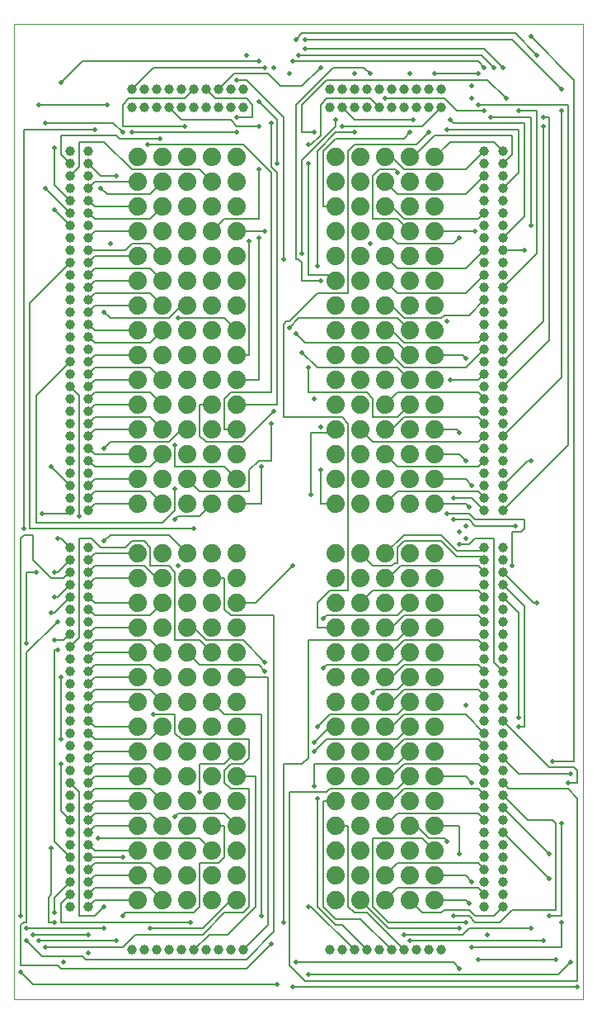
<source format=gtl>
G75*
%MOIN*%
%OFA0B0*%
%FSLAX25Y25*%
%IPPOS*%
%LPD*%
%AMOC8*
5,1,8,0,0,1.08239X$1,22.5*
%
%ADD10C,0.00000*%
%ADD11C,0.07400*%
%ADD12C,0.03937*%
%ADD13C,0.00800*%
%ADD14C,0.02000*%
D10*
X0002550Y0001000D02*
X0002550Y0394701D01*
X0232471Y0394701D01*
X0232471Y0001000D01*
X0002550Y0001000D01*
D11*
X0052550Y0041000D03*
X0052550Y0051000D03*
X0052550Y0061000D03*
X0052550Y0071000D03*
X0052550Y0081000D03*
X0052550Y0091000D03*
X0052550Y0101000D03*
X0052550Y0111000D03*
X0052550Y0121000D03*
X0052550Y0131000D03*
X0052550Y0141000D03*
X0052550Y0151000D03*
X0052550Y0161000D03*
X0052550Y0171000D03*
X0052550Y0181000D03*
X0062550Y0181000D03*
X0062550Y0171000D03*
X0062550Y0161000D03*
X0062550Y0151000D03*
X0062550Y0141000D03*
X0062550Y0131000D03*
X0062550Y0121000D03*
X0062550Y0111000D03*
X0062550Y0101000D03*
X0062550Y0091000D03*
X0062550Y0081000D03*
X0062550Y0071000D03*
X0062550Y0061000D03*
X0062550Y0051000D03*
X0062550Y0041000D03*
X0072550Y0041000D03*
X0072550Y0051000D03*
X0072550Y0061000D03*
X0072550Y0071000D03*
X0072550Y0081000D03*
X0072550Y0091000D03*
X0072550Y0101000D03*
X0072550Y0111000D03*
X0072550Y0121000D03*
X0072550Y0131000D03*
X0072550Y0141000D03*
X0072550Y0151000D03*
X0072550Y0161000D03*
X0072550Y0171000D03*
X0072550Y0181000D03*
X0082550Y0181000D03*
X0082550Y0171000D03*
X0082550Y0161000D03*
X0082550Y0151000D03*
X0082550Y0141000D03*
X0082550Y0131000D03*
X0082550Y0121000D03*
X0082550Y0111000D03*
X0082550Y0101000D03*
X0082550Y0091000D03*
X0082550Y0081000D03*
X0082550Y0071000D03*
X0082550Y0061000D03*
X0082550Y0051000D03*
X0082550Y0041000D03*
X0092550Y0041000D03*
X0092550Y0051000D03*
X0092550Y0061000D03*
X0092550Y0071000D03*
X0092550Y0081000D03*
X0092550Y0091000D03*
X0092550Y0101000D03*
X0092550Y0111000D03*
X0092550Y0121000D03*
X0092550Y0131000D03*
X0092550Y0141000D03*
X0092550Y0151000D03*
X0092550Y0161000D03*
X0092550Y0171000D03*
X0092550Y0181000D03*
X0092550Y0201000D03*
X0092550Y0211000D03*
X0092550Y0221000D03*
X0092550Y0231000D03*
X0092550Y0241000D03*
X0092550Y0251000D03*
X0092550Y0261000D03*
X0092550Y0271000D03*
X0092550Y0281000D03*
X0092550Y0291000D03*
X0092550Y0301000D03*
X0092550Y0311000D03*
X0092550Y0321000D03*
X0092550Y0331000D03*
X0092550Y0341000D03*
X0082550Y0341000D03*
X0082550Y0331000D03*
X0082550Y0321000D03*
X0082550Y0311000D03*
X0082550Y0301000D03*
X0082550Y0291000D03*
X0082550Y0281000D03*
X0082550Y0271000D03*
X0082550Y0261000D03*
X0082550Y0251000D03*
X0082550Y0241000D03*
X0082550Y0231000D03*
X0082550Y0221000D03*
X0082550Y0211000D03*
X0082550Y0201000D03*
X0072550Y0201000D03*
X0072550Y0211000D03*
X0072550Y0221000D03*
X0072550Y0231000D03*
X0072550Y0241000D03*
X0072550Y0251000D03*
X0072550Y0261000D03*
X0072550Y0271000D03*
X0072550Y0281000D03*
X0072550Y0291000D03*
X0072550Y0301000D03*
X0072550Y0311000D03*
X0072550Y0321000D03*
X0072550Y0331000D03*
X0072550Y0341000D03*
X0062550Y0341000D03*
X0062550Y0331000D03*
X0062550Y0321000D03*
X0062550Y0311000D03*
X0062550Y0301000D03*
X0062550Y0291000D03*
X0062550Y0281000D03*
X0062550Y0271000D03*
X0062550Y0261000D03*
X0062550Y0251000D03*
X0062550Y0241000D03*
X0062550Y0231000D03*
X0062550Y0221000D03*
X0062550Y0211000D03*
X0062550Y0201000D03*
X0052550Y0201000D03*
X0052550Y0211000D03*
X0052550Y0221000D03*
X0052550Y0231000D03*
X0052550Y0241000D03*
X0052550Y0251000D03*
X0052550Y0261000D03*
X0052550Y0271000D03*
X0052550Y0281000D03*
X0052550Y0291000D03*
X0052550Y0301000D03*
X0052550Y0311000D03*
X0052550Y0321000D03*
X0052550Y0331000D03*
X0052550Y0341000D03*
X0132550Y0341000D03*
X0132550Y0331000D03*
X0132550Y0321000D03*
X0132550Y0311000D03*
X0132550Y0301000D03*
X0132550Y0291000D03*
X0132550Y0281000D03*
X0132550Y0271000D03*
X0132550Y0261000D03*
X0132550Y0251000D03*
X0132550Y0241000D03*
X0132550Y0231000D03*
X0132550Y0221000D03*
X0132550Y0211000D03*
X0132550Y0201000D03*
X0142550Y0201000D03*
X0142550Y0211000D03*
X0142550Y0221000D03*
X0142550Y0231000D03*
X0142550Y0241000D03*
X0142550Y0251000D03*
X0142550Y0261000D03*
X0142550Y0271000D03*
X0142550Y0281000D03*
X0142550Y0291000D03*
X0142550Y0301000D03*
X0142550Y0311000D03*
X0142550Y0321000D03*
X0142550Y0331000D03*
X0142550Y0341000D03*
X0152550Y0341000D03*
X0152550Y0331000D03*
X0152550Y0321000D03*
X0152550Y0311000D03*
X0152550Y0301000D03*
X0152550Y0291000D03*
X0152550Y0281000D03*
X0152550Y0271000D03*
X0152550Y0261000D03*
X0152550Y0251000D03*
X0152550Y0241000D03*
X0152550Y0231000D03*
X0152550Y0221000D03*
X0152550Y0211000D03*
X0152550Y0201000D03*
X0162550Y0201000D03*
X0162550Y0211000D03*
X0162550Y0221000D03*
X0162550Y0231000D03*
X0162550Y0241000D03*
X0162550Y0251000D03*
X0162550Y0261000D03*
X0162550Y0271000D03*
X0162550Y0281000D03*
X0162550Y0291000D03*
X0162550Y0301000D03*
X0162550Y0311000D03*
X0162550Y0321000D03*
X0162550Y0331000D03*
X0162550Y0341000D03*
X0172550Y0341000D03*
X0172550Y0331000D03*
X0172550Y0321000D03*
X0172550Y0311000D03*
X0172550Y0301000D03*
X0172550Y0291000D03*
X0172550Y0281000D03*
X0172550Y0271000D03*
X0172550Y0261000D03*
X0172550Y0251000D03*
X0172550Y0241000D03*
X0172550Y0231000D03*
X0172550Y0221000D03*
X0172550Y0211000D03*
X0172550Y0201000D03*
X0172550Y0181000D03*
X0172550Y0171000D03*
X0172550Y0161000D03*
X0172550Y0151000D03*
X0172550Y0141000D03*
X0172550Y0131000D03*
X0172550Y0121000D03*
X0172550Y0111000D03*
X0172550Y0101000D03*
X0172550Y0091000D03*
X0172550Y0081000D03*
X0172550Y0071000D03*
X0172550Y0061000D03*
X0172550Y0051000D03*
X0172550Y0041000D03*
X0162550Y0041000D03*
X0162550Y0051000D03*
X0162550Y0061000D03*
X0162550Y0071000D03*
X0162550Y0081000D03*
X0162550Y0091000D03*
X0162550Y0101000D03*
X0162550Y0111000D03*
X0162550Y0121000D03*
X0162550Y0131000D03*
X0162550Y0141000D03*
X0162550Y0151000D03*
X0162550Y0161000D03*
X0162550Y0171000D03*
X0162550Y0181000D03*
X0152550Y0181000D03*
X0152550Y0171000D03*
X0152550Y0161000D03*
X0152550Y0151000D03*
X0152550Y0141000D03*
X0152550Y0131000D03*
X0152550Y0121000D03*
X0152550Y0111000D03*
X0152550Y0101000D03*
X0152550Y0091000D03*
X0152550Y0081000D03*
X0152550Y0071000D03*
X0152550Y0061000D03*
X0152550Y0051000D03*
X0152550Y0041000D03*
X0142550Y0041000D03*
X0142550Y0051000D03*
X0142550Y0061000D03*
X0142550Y0071000D03*
X0142550Y0081000D03*
X0142550Y0091000D03*
X0142550Y0101000D03*
X0142550Y0111000D03*
X0142550Y0121000D03*
X0142550Y0131000D03*
X0142550Y0141000D03*
X0142550Y0151000D03*
X0142550Y0161000D03*
X0142550Y0171000D03*
X0142550Y0181000D03*
X0132550Y0181000D03*
X0132550Y0171000D03*
X0132550Y0161000D03*
X0132550Y0151000D03*
X0132550Y0141000D03*
X0132550Y0131000D03*
X0132550Y0121000D03*
X0132550Y0111000D03*
X0132550Y0101000D03*
X0132550Y0091000D03*
X0132550Y0081000D03*
X0132550Y0071000D03*
X0132550Y0061000D03*
X0132550Y0051000D03*
X0132550Y0041000D03*
D12*
X0130050Y0021000D03*
X0135050Y0021000D03*
X0140050Y0021000D03*
X0145050Y0021000D03*
X0150050Y0021000D03*
X0155050Y0021000D03*
X0160050Y0021000D03*
X0165050Y0021000D03*
X0170050Y0021000D03*
X0175050Y0021000D03*
X0192550Y0038500D03*
X0192550Y0043500D03*
X0192550Y0048500D03*
X0192550Y0053500D03*
X0192550Y0058500D03*
X0192550Y0063500D03*
X0192550Y0068500D03*
X0192550Y0073500D03*
X0192550Y0078500D03*
X0192550Y0083500D03*
X0192550Y0088500D03*
X0192550Y0093500D03*
X0192550Y0098500D03*
X0192550Y0103500D03*
X0192550Y0108500D03*
X0192550Y0113500D03*
X0192550Y0118500D03*
X0192550Y0123500D03*
X0192550Y0128500D03*
X0192550Y0133500D03*
X0192550Y0138500D03*
X0192550Y0143500D03*
X0192550Y0148500D03*
X0192550Y0153500D03*
X0192550Y0158500D03*
X0192550Y0163500D03*
X0192550Y0168500D03*
X0192550Y0173500D03*
X0192550Y0178500D03*
X0192550Y0183500D03*
X0192550Y0198500D03*
X0192550Y0203500D03*
X0192550Y0208500D03*
X0192550Y0213500D03*
X0192550Y0218500D03*
X0192550Y0223500D03*
X0192550Y0228500D03*
X0192550Y0233500D03*
X0192550Y0238500D03*
X0192550Y0243500D03*
X0192550Y0248500D03*
X0192550Y0253500D03*
X0192550Y0258500D03*
X0192550Y0263500D03*
X0192550Y0268500D03*
X0192550Y0273500D03*
X0192550Y0278500D03*
X0192550Y0283500D03*
X0192550Y0288500D03*
X0192550Y0293500D03*
X0192550Y0298500D03*
X0192550Y0303500D03*
X0192550Y0308500D03*
X0192550Y0313500D03*
X0192550Y0318500D03*
X0192550Y0323500D03*
X0192550Y0328500D03*
X0192550Y0333500D03*
X0192550Y0338500D03*
X0192550Y0343500D03*
X0200050Y0343500D03*
X0200050Y0338500D03*
X0200050Y0333500D03*
X0200050Y0328500D03*
X0200050Y0323500D03*
X0200050Y0318500D03*
X0200050Y0313500D03*
X0200050Y0308500D03*
X0200050Y0303500D03*
X0200050Y0298500D03*
X0200050Y0293500D03*
X0200050Y0288500D03*
X0200050Y0283500D03*
X0200050Y0278500D03*
X0200050Y0273500D03*
X0200050Y0268500D03*
X0200050Y0263500D03*
X0200050Y0258500D03*
X0200050Y0253500D03*
X0200050Y0248500D03*
X0200050Y0243500D03*
X0200050Y0238500D03*
X0200050Y0233500D03*
X0200050Y0228500D03*
X0200050Y0223500D03*
X0200050Y0218500D03*
X0200050Y0213500D03*
X0200050Y0208500D03*
X0200050Y0203500D03*
X0200050Y0198500D03*
X0200050Y0183500D03*
X0200050Y0178500D03*
X0200050Y0173500D03*
X0200050Y0168500D03*
X0200050Y0163500D03*
X0200050Y0158500D03*
X0200050Y0153500D03*
X0200050Y0148500D03*
X0200050Y0143500D03*
X0200050Y0138500D03*
X0200050Y0133500D03*
X0200050Y0128500D03*
X0200050Y0123500D03*
X0200050Y0118500D03*
X0200050Y0113500D03*
X0200050Y0108500D03*
X0200050Y0103500D03*
X0200050Y0098500D03*
X0200050Y0093500D03*
X0200050Y0088500D03*
X0200050Y0083500D03*
X0200050Y0078500D03*
X0200050Y0073500D03*
X0200050Y0068500D03*
X0200050Y0063500D03*
X0200050Y0058500D03*
X0200050Y0053500D03*
X0200050Y0048500D03*
X0200050Y0043500D03*
X0200050Y0038500D03*
X0095050Y0021000D03*
X0090050Y0021000D03*
X0085050Y0021000D03*
X0080050Y0021000D03*
X0075050Y0021000D03*
X0070050Y0021000D03*
X0065050Y0021000D03*
X0060050Y0021000D03*
X0055050Y0021000D03*
X0050050Y0021000D03*
X0032550Y0038500D03*
X0032550Y0043500D03*
X0032550Y0048500D03*
X0032550Y0053500D03*
X0032550Y0058500D03*
X0032550Y0063500D03*
X0032550Y0068500D03*
X0032550Y0073500D03*
X0032550Y0078500D03*
X0032550Y0083500D03*
X0032550Y0088500D03*
X0032550Y0093500D03*
X0032550Y0098500D03*
X0032550Y0103500D03*
X0032550Y0108500D03*
X0032550Y0113500D03*
X0032550Y0118500D03*
X0032550Y0123500D03*
X0032550Y0128500D03*
X0032550Y0133500D03*
X0032550Y0138500D03*
X0032550Y0143500D03*
X0032550Y0148500D03*
X0032550Y0153500D03*
X0032550Y0158500D03*
X0032550Y0163500D03*
X0032550Y0168500D03*
X0032550Y0173500D03*
X0032550Y0178500D03*
X0032550Y0183500D03*
X0025050Y0183500D03*
X0025050Y0178500D03*
X0025050Y0173500D03*
X0025050Y0168500D03*
X0025050Y0163500D03*
X0025050Y0158500D03*
X0025050Y0153500D03*
X0025050Y0148500D03*
X0025050Y0143500D03*
X0025050Y0138500D03*
X0025050Y0133500D03*
X0025050Y0128500D03*
X0025050Y0123500D03*
X0025050Y0118500D03*
X0025050Y0113500D03*
X0025050Y0108500D03*
X0025050Y0103500D03*
X0025050Y0098500D03*
X0025050Y0093500D03*
X0025050Y0088500D03*
X0025050Y0083500D03*
X0025050Y0078500D03*
X0025050Y0073500D03*
X0025050Y0068500D03*
X0025050Y0063500D03*
X0025050Y0058500D03*
X0025050Y0053500D03*
X0025050Y0048500D03*
X0025050Y0043500D03*
X0025050Y0038500D03*
X0025050Y0198500D03*
X0025050Y0203500D03*
X0025050Y0208500D03*
X0025050Y0213500D03*
X0025050Y0218500D03*
X0025050Y0223500D03*
X0025050Y0228500D03*
X0025050Y0233500D03*
X0025050Y0238500D03*
X0025050Y0243500D03*
X0025050Y0248500D03*
X0025050Y0253500D03*
X0025050Y0258500D03*
X0025050Y0263500D03*
X0025050Y0268500D03*
X0025050Y0273500D03*
X0025050Y0278500D03*
X0025050Y0283500D03*
X0025050Y0288500D03*
X0025050Y0293500D03*
X0025050Y0298500D03*
X0025050Y0303500D03*
X0025050Y0308500D03*
X0025050Y0313500D03*
X0025050Y0318500D03*
X0025050Y0323500D03*
X0025050Y0328500D03*
X0025050Y0333500D03*
X0025050Y0338500D03*
X0025050Y0343500D03*
X0032550Y0343500D03*
X0032550Y0338500D03*
X0032550Y0333500D03*
X0032550Y0328500D03*
X0032550Y0323500D03*
X0032550Y0318500D03*
X0032550Y0313500D03*
X0032550Y0308500D03*
X0032550Y0303500D03*
X0032550Y0298500D03*
X0032550Y0293500D03*
X0032550Y0288500D03*
X0032550Y0283500D03*
X0032550Y0278500D03*
X0032550Y0273500D03*
X0032550Y0268500D03*
X0032550Y0263500D03*
X0032550Y0258500D03*
X0032550Y0253500D03*
X0032550Y0248500D03*
X0032550Y0243500D03*
X0032550Y0238500D03*
X0032550Y0233500D03*
X0032550Y0228500D03*
X0032550Y0223500D03*
X0032550Y0218500D03*
X0032550Y0213500D03*
X0032550Y0208500D03*
X0032550Y0203500D03*
X0032550Y0198500D03*
X0050050Y0361000D03*
X0055050Y0361000D03*
X0060050Y0361000D03*
X0065050Y0361000D03*
X0070050Y0361000D03*
X0075050Y0361000D03*
X0075050Y0368500D03*
X0070050Y0368500D03*
X0065050Y0368500D03*
X0060050Y0368500D03*
X0055050Y0368500D03*
X0050050Y0368500D03*
X0080050Y0368500D03*
X0085050Y0368500D03*
X0090050Y0368500D03*
X0095050Y0368500D03*
X0095050Y0361000D03*
X0090050Y0361000D03*
X0085050Y0361000D03*
X0080050Y0361000D03*
X0130050Y0361000D03*
X0135050Y0361000D03*
X0140050Y0361000D03*
X0145050Y0361000D03*
X0150050Y0361000D03*
X0155050Y0361000D03*
X0155050Y0368500D03*
X0150050Y0368500D03*
X0145050Y0368500D03*
X0140050Y0368500D03*
X0135050Y0368500D03*
X0130050Y0368500D03*
X0160050Y0368500D03*
X0165050Y0368500D03*
X0170050Y0368500D03*
X0175050Y0368500D03*
X0175050Y0361000D03*
X0170050Y0361000D03*
X0165050Y0361000D03*
X0160050Y0361000D03*
D13*
X0163800Y0356000D02*
X0140050Y0356000D01*
X0135050Y0361000D01*
X0132550Y0356000D02*
X0132550Y0353500D01*
X0118800Y0339750D01*
X0118800Y0302250D01*
X0117550Y0299750D02*
X0116300Y0299750D01*
X0116300Y0362250D01*
X0131300Y0377250D01*
X0143800Y0377250D01*
X0146300Y0374750D01*
X0146300Y0364750D02*
X0128800Y0364750D01*
X0126300Y0362250D01*
X0126300Y0349750D01*
X0122550Y0346000D01*
X0121300Y0346000D01*
X0123800Y0351000D02*
X0118800Y0351000D01*
X0118800Y0362250D01*
X0128800Y0372250D01*
X0193800Y0372250D01*
X0201300Y0364750D01*
X0206300Y0359750D02*
X0213800Y0359750D01*
X0213800Y0302250D01*
X0200050Y0288500D01*
X0192550Y0283500D02*
X0186300Y0277250D01*
X0176300Y0277250D01*
X0175050Y0276000D01*
X0160050Y0276000D01*
X0155050Y0281000D01*
X0152550Y0281000D01*
X0152550Y0271000D02*
X0155050Y0271000D01*
X0160050Y0266000D01*
X0190050Y0266000D01*
X0192550Y0268500D01*
X0192550Y0263500D02*
X0185050Y0256000D01*
X0160050Y0256000D01*
X0155050Y0261000D01*
X0152550Y0261000D01*
X0157550Y0256000D02*
X0162550Y0251000D01*
X0157550Y0246000D02*
X0152550Y0241000D01*
X0147550Y0243500D02*
X0147550Y0236000D01*
X0157550Y0236000D01*
X0162550Y0241000D01*
X0160050Y0236000D02*
X0155050Y0231000D01*
X0152550Y0231000D01*
X0147550Y0226000D02*
X0142550Y0231000D01*
X0137550Y0233500D02*
X0137550Y0166000D01*
X0130050Y0166000D01*
X0125050Y0161000D01*
X0125050Y0151000D01*
X0132550Y0151000D01*
X0128800Y0156000D02*
X0127550Y0154750D01*
X0128800Y0156000D02*
X0157550Y0156000D01*
X0162550Y0161000D01*
X0160050Y0156000D02*
X0155050Y0151000D01*
X0152550Y0151000D01*
X0157550Y0146000D02*
X0162550Y0151000D01*
X0160050Y0156000D02*
X0190050Y0156000D01*
X0192550Y0153500D01*
X0190050Y0146000D02*
X0160050Y0146000D01*
X0155050Y0141000D01*
X0152550Y0141000D01*
X0157550Y0136000D02*
X0162550Y0141000D01*
X0160050Y0136000D02*
X0155050Y0131000D01*
X0152550Y0131000D01*
X0148800Y0126000D02*
X0157550Y0126000D01*
X0162550Y0131000D01*
X0160050Y0126000D02*
X0155050Y0121000D01*
X0152550Y0121000D01*
X0148800Y0126000D02*
X0147550Y0124750D01*
X0152550Y0111000D02*
X0155050Y0111000D01*
X0160050Y0116000D01*
X0185050Y0116000D01*
X0192550Y0108500D01*
X0190050Y0106000D02*
X0160050Y0106000D01*
X0155050Y0101000D01*
X0152550Y0101000D01*
X0157550Y0096000D02*
X0162550Y0101000D01*
X0160050Y0096000D02*
X0155050Y0091000D01*
X0152550Y0091000D01*
X0160050Y0086000D02*
X0155050Y0081000D01*
X0152550Y0081000D01*
X0157550Y0076000D02*
X0152550Y0071000D01*
X0147550Y0066000D02*
X0167550Y0066000D01*
X0172550Y0061000D01*
X0170050Y0066000D02*
X0165050Y0071000D01*
X0162550Y0071000D01*
X0157550Y0076000D02*
X0190050Y0076000D01*
X0192550Y0073500D01*
X0192550Y0083500D02*
X0190050Y0086000D01*
X0160050Y0086000D01*
X0157550Y0086000D02*
X0162550Y0091000D01*
X0160050Y0096000D02*
X0190050Y0096000D01*
X0192550Y0093500D01*
X0187550Y0088500D02*
X0185050Y0091000D01*
X0172550Y0091000D01*
X0172550Y0071000D02*
X0182550Y0071000D01*
X0182550Y0059750D01*
X0177550Y0064750D02*
X0176300Y0066000D01*
X0170050Y0066000D01*
X0172550Y0051000D02*
X0185050Y0051000D01*
X0187550Y0048500D01*
X0190050Y0046000D02*
X0157550Y0046000D01*
X0152550Y0041000D01*
X0147550Y0038500D02*
X0153800Y0032250D01*
X0185050Y0032250D01*
X0186300Y0029750D02*
X0183800Y0027250D01*
X0160050Y0027250D01*
X0162550Y0024750D02*
X0216300Y0024750D01*
X0221300Y0017250D02*
X0190050Y0017250D01*
X0187550Y0022250D02*
X0223800Y0022250D01*
X0223800Y0032250D01*
X0223800Y0034750D02*
X0218800Y0034750D01*
X0221300Y0037250D02*
X0203800Y0037250D01*
X0198800Y0032250D01*
X0188800Y0032250D01*
X0186300Y0034750D01*
X0180050Y0034750D01*
X0182550Y0029750D02*
X0153800Y0029750D01*
X0142550Y0041000D01*
X0137550Y0038500D02*
X0140050Y0036000D01*
X0145050Y0036000D01*
X0160050Y0021000D01*
X0155050Y0021000D02*
X0142550Y0033500D01*
X0132550Y0033500D01*
X0127550Y0038500D01*
X0127550Y0081000D01*
X0132550Y0081000D01*
X0128800Y0084750D02*
X0130050Y0086000D01*
X0157550Y0086000D01*
X0157550Y0096000D02*
X0123800Y0096000D01*
X0123800Y0087250D01*
X0125050Y0082250D02*
X0125050Y0038500D01*
X0132550Y0031000D01*
X0135050Y0031000D01*
X0145050Y0021000D01*
X0140050Y0021000D02*
X0122550Y0038500D01*
X0121300Y0038500D01*
X0111300Y0032250D02*
X0111300Y0096000D01*
X0118800Y0096000D01*
X0121300Y0098500D01*
X0121300Y0146000D01*
X0157550Y0146000D01*
X0157550Y0136000D02*
X0128800Y0136000D01*
X0127550Y0134750D01*
X0130050Y0116000D02*
X0157550Y0116000D01*
X0162550Y0121000D01*
X0160050Y0126000D02*
X0190050Y0126000D01*
X0192550Y0123500D01*
X0192550Y0133500D02*
X0190050Y0136000D01*
X0160050Y0136000D01*
X0162550Y0111000D02*
X0157550Y0106000D01*
X0128800Y0106000D01*
X0123800Y0101000D01*
X0123800Y0104750D02*
X0130050Y0111000D01*
X0132550Y0111000D01*
X0130050Y0116000D02*
X0125050Y0111000D01*
X0128800Y0084750D02*
X0113800Y0084750D01*
X0113800Y0014750D01*
X0120050Y0008500D01*
X0230050Y0008500D01*
X0230050Y0082250D01*
X0226300Y0086000D01*
X0202550Y0086000D01*
X0200050Y0088500D01*
X0200050Y0083500D02*
X0210050Y0073500D01*
X0220050Y0073500D01*
X0221300Y0072250D01*
X0221300Y0037250D01*
X0223800Y0034750D02*
X0223800Y0072250D01*
X0218800Y0059750D02*
X0200050Y0078500D01*
X0200050Y0068500D02*
X0218800Y0049750D01*
X0211300Y0029750D02*
X0186300Y0029750D01*
X0188800Y0034750D02*
X0186300Y0037250D01*
X0176300Y0037250D01*
X0175050Y0036000D01*
X0167550Y0036000D01*
X0162550Y0041000D01*
X0172550Y0041000D02*
X0185050Y0041000D01*
X0186300Y0039750D01*
X0190050Y0046000D02*
X0192550Y0043500D01*
X0200050Y0038500D02*
X0196300Y0034750D01*
X0188800Y0034750D01*
X0180050Y0016000D02*
X0116300Y0016000D01*
X0121300Y0011000D02*
X0222550Y0011000D01*
X0227550Y0016000D01*
X0230050Y0006000D02*
X0115050Y0006000D01*
X0108800Y0007250D02*
X0010050Y0007250D01*
X0005050Y0012250D01*
X0005050Y0014750D02*
X0020050Y0014750D01*
X0021300Y0013500D01*
X0096300Y0013500D01*
X0106300Y0023500D01*
X0107550Y0028500D02*
X0107550Y0156000D01*
X0090050Y0156000D01*
X0087550Y0158500D01*
X0087550Y0171000D01*
X0082550Y0171000D01*
X0092550Y0161000D02*
X0100050Y0161000D01*
X0115050Y0176000D01*
X0126300Y0201000D02*
X0132550Y0201000D01*
X0126300Y0201000D02*
X0126300Y0214750D01*
X0122550Y0204750D02*
X0122550Y0229750D01*
X0131300Y0229750D01*
X0132550Y0231000D01*
X0137550Y0233500D02*
X0135050Y0236000D01*
X0111300Y0236000D01*
X0111300Y0273500D01*
X0112550Y0274750D01*
X0113800Y0274750D01*
X0125050Y0286000D01*
X0137550Y0286000D01*
X0137550Y0343500D01*
X0140050Y0346000D01*
X0165050Y0346000D01*
X0170050Y0351000D01*
X0172550Y0349750D02*
X0163800Y0341000D01*
X0162550Y0341000D01*
X0160050Y0336000D02*
X0155050Y0341000D01*
X0152550Y0341000D01*
X0150050Y0336000D02*
X0147550Y0333500D01*
X0147550Y0316000D01*
X0157550Y0316000D01*
X0162550Y0311000D01*
X0160050Y0316000D02*
X0155050Y0321000D01*
X0152550Y0321000D01*
X0152550Y0311000D02*
X0157550Y0306000D01*
X0180050Y0306000D01*
X0182550Y0308500D01*
X0188800Y0311000D02*
X0172550Y0311000D01*
X0160050Y0316000D02*
X0190050Y0316000D01*
X0192550Y0318500D01*
X0185050Y0326000D02*
X0192550Y0333500D01*
X0185050Y0336000D02*
X0192550Y0343500D01*
X0196300Y0347250D02*
X0178800Y0347250D01*
X0172550Y0341000D01*
X0172550Y0349750D02*
X0203800Y0349750D01*
X0203800Y0342250D01*
X0200050Y0338500D01*
X0200050Y0343500D02*
X0196300Y0347250D01*
X0195050Y0357250D02*
X0211300Y0357250D01*
X0211300Y0313500D01*
X0208800Y0317250D02*
X0208800Y0354750D01*
X0180050Y0354750D01*
X0178800Y0356000D01*
X0177550Y0352250D02*
X0206300Y0352250D01*
X0206300Y0334750D01*
X0200050Y0328500D01*
X0208800Y0317250D02*
X0200050Y0308500D01*
X0200050Y0303500D02*
X0208800Y0303500D01*
X0192550Y0303500D02*
X0185050Y0296000D01*
X0157550Y0296000D01*
X0152550Y0301000D01*
X0152550Y0291000D02*
X0157550Y0286000D01*
X0185050Y0286000D01*
X0192550Y0293500D01*
X0216300Y0274750D02*
X0200050Y0258500D01*
X0200050Y0248500D02*
X0218800Y0267250D01*
X0218800Y0357250D01*
X0216300Y0357250D01*
X0216300Y0353500D02*
X0216300Y0274750D01*
X0223800Y0252250D02*
X0223800Y0359750D01*
X0226300Y0362250D02*
X0190050Y0362250D01*
X0192550Y0359750D02*
X0181300Y0359750D01*
X0176300Y0364750D01*
X0152550Y0364750D01*
X0150050Y0361000D02*
X0146300Y0364750D01*
X0140050Y0351000D02*
X0132550Y0351000D01*
X0125050Y0343500D01*
X0125050Y0297250D01*
X0126300Y0291000D02*
X0118800Y0291000D01*
X0118800Y0298500D01*
X0117550Y0299750D01*
X0121300Y0293500D02*
X0130050Y0293500D01*
X0132550Y0291000D01*
X0121300Y0293500D02*
X0121300Y0338500D01*
X0127550Y0343500D02*
X0127550Y0321000D01*
X0132550Y0321000D01*
X0127550Y0343500D02*
X0132550Y0348500D01*
X0160050Y0348500D01*
X0162550Y0351000D01*
X0167550Y0353500D02*
X0135050Y0353500D01*
X0118800Y0369750D02*
X0126300Y0377250D01*
X0120050Y0384750D02*
X0192550Y0384750D01*
X0200050Y0377250D01*
X0196300Y0377250D02*
X0191300Y0382250D01*
X0117550Y0382250D01*
X0116300Y0388500D02*
X0118800Y0391000D01*
X0205050Y0391000D01*
X0213800Y0382250D01*
X0211300Y0389750D02*
X0228800Y0372250D01*
X0228800Y0097250D01*
X0220050Y0097250D01*
X0218800Y0094750D02*
X0228800Y0094750D01*
X0230050Y0093500D01*
X0230050Y0088500D01*
X0226300Y0088500D01*
X0227550Y0092250D02*
X0206300Y0092250D01*
X0200050Y0098500D01*
X0206300Y0111000D02*
X0208800Y0111000D01*
X0208800Y0159750D01*
X0200050Y0168500D01*
X0200050Y0163500D02*
X0206300Y0157250D01*
X0206300Y0114750D01*
X0200050Y0113500D02*
X0218800Y0094750D01*
X0200050Y0133500D02*
X0196300Y0137250D01*
X0196300Y0187250D01*
X0188800Y0187250D01*
X0186300Y0184750D01*
X0182550Y0184750D01*
X0181300Y0182250D02*
X0175050Y0188500D01*
X0160050Y0188500D01*
X0152550Y0181000D01*
X0156300Y0177250D02*
X0155050Y0176000D01*
X0147550Y0176000D01*
X0142550Y0181000D01*
X0152550Y0171000D02*
X0153800Y0171000D01*
X0158800Y0176000D01*
X0190050Y0176000D01*
X0192550Y0173500D01*
X0192550Y0178500D02*
X0191300Y0179750D01*
X0181300Y0179750D01*
X0175050Y0186000D01*
X0160050Y0186000D01*
X0157550Y0183500D01*
X0157550Y0177250D01*
X0156300Y0177250D01*
X0147550Y0166000D02*
X0142550Y0161000D01*
X0147550Y0166000D02*
X0190050Y0166000D01*
X0192550Y0163500D01*
X0200050Y0173500D02*
X0212550Y0161000D01*
X0213800Y0161000D01*
X0203800Y0176000D02*
X0203800Y0189750D01*
X0207550Y0189750D01*
X0208800Y0191000D01*
X0208800Y0194750D01*
X0188800Y0194750D01*
X0186300Y0197250D01*
X0177550Y0197250D01*
X0180050Y0194750D02*
X0186300Y0194750D01*
X0188800Y0192250D01*
X0205050Y0192250D01*
X0200050Y0198500D02*
X0226300Y0224750D01*
X0226300Y0362250D01*
X0223800Y0368500D02*
X0203800Y0388500D01*
X0120050Y0388500D01*
X0115050Y0379750D02*
X0190050Y0379750D01*
X0192550Y0377250D01*
X0190050Y0374750D02*
X0172550Y0374750D01*
X0175050Y0361000D02*
X0167550Y0353500D01*
X0160050Y0336000D02*
X0185050Y0336000D01*
X0185050Y0326000D02*
X0157550Y0326000D01*
X0152550Y0331000D01*
X0150050Y0336000D02*
X0156300Y0336000D01*
X0157550Y0334750D01*
X0157550Y0276000D02*
X0162550Y0271000D01*
X0157550Y0266000D02*
X0162550Y0261000D01*
X0157550Y0256000D02*
X0125050Y0256000D01*
X0118800Y0262250D01*
X0120050Y0266000D02*
X0116300Y0269750D01*
X0113800Y0272250D02*
X0117550Y0276000D01*
X0157550Y0276000D01*
X0157550Y0266000D02*
X0120050Y0266000D01*
X0121300Y0256000D02*
X0121300Y0246000D01*
X0145050Y0246000D01*
X0147550Y0243500D01*
X0157550Y0246000D02*
X0190050Y0246000D01*
X0192550Y0243500D01*
X0190050Y0236000D02*
X0160050Y0236000D01*
X0152550Y0221000D02*
X0157550Y0216000D01*
X0190050Y0216000D01*
X0192550Y0218500D01*
X0190050Y0226000D02*
X0147550Y0226000D01*
X0157550Y0206000D02*
X0152550Y0201000D01*
X0157550Y0206000D02*
X0190050Y0206000D01*
X0192550Y0203500D01*
X0187550Y0203500D02*
X0192550Y0198500D01*
X0186300Y0199750D02*
X0185050Y0201000D01*
X0172550Y0201000D01*
X0180050Y0203500D02*
X0187550Y0203500D01*
X0187550Y0208500D02*
X0185050Y0211000D01*
X0172550Y0211000D01*
X0172550Y0221000D02*
X0182550Y0221000D01*
X0185050Y0218500D01*
X0190050Y0226000D02*
X0192550Y0228500D01*
X0192550Y0233500D02*
X0190050Y0236000D01*
X0182550Y0229750D02*
X0181300Y0231000D01*
X0172550Y0231000D01*
X0178800Y0251000D02*
X0190050Y0251000D01*
X0192550Y0253500D01*
X0185050Y0259750D02*
X0183800Y0261000D01*
X0172550Y0261000D01*
X0200050Y0228500D02*
X0223800Y0252250D01*
X0211300Y0218500D02*
X0210050Y0218500D01*
X0200050Y0208500D01*
X0192550Y0183500D02*
X0191300Y0182250D01*
X0181300Y0182250D01*
X0190050Y0146000D02*
X0192550Y0143500D01*
X0190050Y0106000D02*
X0192550Y0103500D01*
X0190050Y0056000D02*
X0157550Y0056000D01*
X0152550Y0051000D01*
X0147550Y0038500D02*
X0147550Y0066000D01*
X0137550Y0071000D02*
X0132550Y0071000D01*
X0137550Y0071000D02*
X0137550Y0038500D01*
X0107550Y0028500D02*
X0096300Y0017250D01*
X0031300Y0017250D01*
X0030050Y0018500D01*
X0013800Y0018500D01*
X0007550Y0024750D01*
X0010050Y0027250D02*
X0032550Y0027250D01*
X0035050Y0034750D02*
X0028800Y0034750D01*
X0028800Y0084750D01*
X0025050Y0088500D01*
X0021300Y0096000D02*
X0021300Y0077250D01*
X0025050Y0073500D01*
X0032550Y0073500D02*
X0035050Y0076000D01*
X0057550Y0076000D01*
X0062550Y0071000D01*
X0067550Y0074750D02*
X0068800Y0076000D01*
X0087550Y0076000D01*
X0092550Y0071000D01*
X0087550Y0071000D02*
X0082550Y0071000D01*
X0087550Y0071000D02*
X0087550Y0058500D01*
X0085050Y0056000D01*
X0077550Y0056000D01*
X0077550Y0038500D01*
X0075050Y0036000D01*
X0047550Y0036000D01*
X0046300Y0034750D01*
X0051300Y0027250D02*
X0078800Y0027250D01*
X0087550Y0036000D01*
X0095050Y0036000D01*
X0097550Y0038500D01*
X0097550Y0086000D01*
X0090050Y0086000D01*
X0087550Y0088500D01*
X0087550Y0093500D01*
X0090050Y0096000D01*
X0095050Y0096000D01*
X0097550Y0098500D01*
X0097550Y0106000D01*
X0070050Y0106000D01*
X0067550Y0108500D01*
X0067550Y0116000D01*
X0058800Y0116000D01*
X0062550Y0121000D02*
X0057550Y0126000D01*
X0035050Y0126000D01*
X0032550Y0123500D01*
X0035050Y0121000D02*
X0052550Y0121000D01*
X0052550Y0131000D02*
X0035050Y0131000D01*
X0032550Y0128500D01*
X0032550Y0133500D02*
X0035050Y0136000D01*
X0057550Y0136000D01*
X0062550Y0131000D01*
X0062550Y0141000D02*
X0057550Y0146000D01*
X0035050Y0146000D01*
X0032550Y0143500D01*
X0035050Y0141000D02*
X0052550Y0141000D01*
X0052550Y0151000D02*
X0035050Y0151000D01*
X0032550Y0148500D01*
X0028800Y0147250D02*
X0028800Y0187250D01*
X0033800Y0187250D01*
X0037550Y0183500D01*
X0047550Y0183500D01*
X0050050Y0186000D01*
X0055050Y0186000D01*
X0057550Y0183500D01*
X0057550Y0176000D01*
X0065050Y0176000D01*
X0067550Y0173500D01*
X0067550Y0146000D01*
X0077550Y0146000D01*
X0082550Y0141000D01*
X0080050Y0146000D02*
X0075050Y0151000D01*
X0072550Y0151000D01*
X0072550Y0141000D02*
X0077550Y0136000D01*
X0101300Y0136000D01*
X0103800Y0133500D01*
X0105050Y0131000D02*
X0092550Y0131000D01*
X0082550Y0121000D02*
X0087550Y0116000D01*
X0102550Y0116000D01*
X0102550Y0034750D01*
X0100050Y0038500D02*
X0100050Y0091000D01*
X0092550Y0091000D01*
X0087550Y0096000D02*
X0092550Y0101000D01*
X0087550Y0096000D02*
X0077550Y0096000D01*
X0077550Y0084750D01*
X0077550Y0066000D02*
X0082550Y0061000D01*
X0077550Y0066000D02*
X0036300Y0066000D01*
X0032550Y0063500D02*
X0035050Y0061000D01*
X0052550Y0061000D01*
X0057550Y0056000D02*
X0062550Y0051000D01*
X0057550Y0056000D02*
X0035050Y0056000D01*
X0032550Y0053500D01*
X0035050Y0051000D02*
X0032550Y0048500D01*
X0035050Y0046000D02*
X0057550Y0046000D01*
X0062550Y0041000D01*
X0057550Y0029750D02*
X0078800Y0029750D01*
X0090050Y0041000D01*
X0092550Y0041000D01*
X0100050Y0038500D02*
X0088800Y0027250D01*
X0081300Y0027250D01*
X0075050Y0021000D01*
X0073800Y0032250D02*
X0021300Y0032250D01*
X0021300Y0039750D01*
X0025050Y0043500D01*
X0025050Y0048500D02*
X0018800Y0042250D01*
X0018800Y0036000D01*
X0018800Y0032250D02*
X0016300Y0032250D01*
X0016300Y0042250D01*
X0017550Y0043500D01*
X0017550Y0062250D01*
X0018800Y0064750D02*
X0018800Y0142250D01*
X0020050Y0142250D01*
X0018800Y0146000D02*
X0022550Y0146000D01*
X0025050Y0148500D01*
X0028800Y0147250D02*
X0025050Y0143500D01*
X0020050Y0153500D02*
X0007550Y0141000D01*
X0007550Y0032250D01*
X0006300Y0032250D01*
X0005050Y0031000D01*
X0005050Y0014750D01*
X0012550Y0024750D02*
X0043800Y0024750D01*
X0046300Y0022250D02*
X0051300Y0027250D01*
X0046300Y0022250D02*
X0015050Y0022250D01*
X0007550Y0029750D02*
X0038800Y0029750D01*
X0035050Y0034750D02*
X0038800Y0038500D01*
X0035050Y0041000D02*
X0052550Y0041000D01*
X0052550Y0051000D02*
X0035050Y0051000D01*
X0035050Y0046000D02*
X0032550Y0043500D01*
X0035050Y0041000D02*
X0032550Y0038500D01*
X0032550Y0058500D02*
X0046300Y0058500D01*
X0052550Y0071000D02*
X0035050Y0071000D01*
X0032550Y0068500D01*
X0032550Y0078500D02*
X0035050Y0081000D01*
X0052550Y0081000D01*
X0057550Y0086000D02*
X0062550Y0081000D01*
X0057550Y0086000D02*
X0035050Y0086000D01*
X0032550Y0083500D01*
X0032550Y0088500D02*
X0035050Y0091000D01*
X0052550Y0091000D01*
X0057550Y0096000D02*
X0062550Y0091000D01*
X0057550Y0096000D02*
X0035050Y0096000D01*
X0032550Y0093500D01*
X0032550Y0098500D02*
X0035050Y0101000D01*
X0052550Y0101000D01*
X0057550Y0106000D02*
X0062550Y0111000D01*
X0057550Y0106000D02*
X0035050Y0106000D01*
X0032550Y0108500D01*
X0035050Y0111000D02*
X0032550Y0113500D01*
X0035050Y0111000D02*
X0052550Y0111000D01*
X0035050Y0121000D02*
X0032550Y0118500D01*
X0021300Y0131000D02*
X0021300Y0106000D01*
X0032550Y0138500D02*
X0035050Y0141000D01*
X0035050Y0156000D02*
X0032550Y0158500D01*
X0035050Y0161000D02*
X0052550Y0161000D01*
X0057550Y0156000D02*
X0062550Y0161000D01*
X0057550Y0156000D02*
X0035050Y0156000D01*
X0035050Y0161000D02*
X0032550Y0163500D01*
X0032550Y0168500D02*
X0035050Y0171000D01*
X0052550Y0171000D01*
X0055050Y0176000D02*
X0060050Y0171000D01*
X0062550Y0171000D01*
X0055050Y0176000D02*
X0035050Y0176000D01*
X0032550Y0173500D01*
X0032550Y0178500D02*
X0035050Y0181000D01*
X0052550Y0181000D01*
X0062550Y0193500D02*
X0067550Y0198500D01*
X0067550Y0207250D01*
X0072550Y0211000D02*
X0077550Y0206000D01*
X0097550Y0206000D01*
X0097550Y0214750D01*
X0101300Y0218500D01*
X0106300Y0218500D01*
X0106300Y0233500D01*
X0107550Y0238500D02*
X0095050Y0226000D01*
X0080050Y0226000D01*
X0077550Y0228500D01*
X0077550Y0241000D01*
X0082550Y0241000D01*
X0087550Y0243500D02*
X0087550Y0231000D01*
X0092550Y0231000D01*
X0092550Y0241000D02*
X0108800Y0241000D01*
X0108800Y0334750D01*
X0106300Y0337250D01*
X0106300Y0354750D01*
X0108800Y0356000D02*
X0108800Y0338500D01*
X0106300Y0334750D02*
X0106300Y0246000D01*
X0090050Y0246000D01*
X0087550Y0243500D01*
X0092550Y0251000D02*
X0101300Y0251000D01*
X0101300Y0308500D01*
X0103800Y0311000D02*
X0092550Y0311000D01*
X0097550Y0307250D02*
X0097550Y0261000D01*
X0092550Y0261000D01*
X0092550Y0271000D02*
X0087550Y0276000D01*
X0068800Y0276000D01*
X0065050Y0276000D02*
X0070050Y0281000D01*
X0072550Y0281000D01*
X0065050Y0276000D02*
X0041300Y0276000D01*
X0038800Y0278500D01*
X0035050Y0281000D02*
X0052550Y0281000D01*
X0057550Y0286000D02*
X0062550Y0281000D01*
X0057550Y0286000D02*
X0035050Y0286000D01*
X0032550Y0283500D01*
X0035050Y0281000D02*
X0032550Y0278500D01*
X0032550Y0273500D02*
X0035050Y0271000D01*
X0052550Y0271000D01*
X0057550Y0266000D02*
X0062550Y0271000D01*
X0057550Y0266000D02*
X0035050Y0266000D01*
X0032550Y0268500D01*
X0035050Y0261000D02*
X0032550Y0258500D01*
X0035050Y0256000D02*
X0057550Y0256000D01*
X0062550Y0251000D01*
X0057550Y0246000D02*
X0062550Y0241000D01*
X0057550Y0236000D02*
X0062550Y0231000D01*
X0065050Y0226000D02*
X0070050Y0231000D01*
X0072550Y0231000D01*
X0067550Y0224750D02*
X0067550Y0216000D01*
X0087550Y0216000D01*
X0092550Y0211000D01*
X0092550Y0201000D02*
X0102550Y0201000D01*
X0102550Y0216000D01*
X0082550Y0201000D02*
X0077550Y0196000D01*
X0068800Y0196000D01*
X0067550Y0194750D01*
X0062550Y0193500D02*
X0011300Y0193500D01*
X0011300Y0244750D01*
X0025050Y0258500D01*
X0032550Y0253500D02*
X0035050Y0256000D01*
X0035050Y0251000D02*
X0052550Y0251000D01*
X0057550Y0246000D02*
X0035050Y0246000D01*
X0032550Y0243500D01*
X0035050Y0241000D02*
X0032550Y0238500D01*
X0035050Y0236000D02*
X0057550Y0236000D01*
X0052550Y0231000D02*
X0035050Y0231000D01*
X0032550Y0228500D01*
X0032550Y0223500D02*
X0035050Y0221000D01*
X0052550Y0221000D01*
X0057550Y0216000D02*
X0062550Y0221000D01*
X0065050Y0226000D02*
X0041300Y0226000D01*
X0038800Y0223500D01*
X0032550Y0218500D02*
X0035050Y0216000D01*
X0057550Y0216000D01*
X0052550Y0211000D02*
X0035050Y0211000D01*
X0032550Y0208500D01*
X0035050Y0206000D02*
X0032550Y0203500D01*
X0035050Y0201000D02*
X0052550Y0201000D01*
X0057550Y0206000D02*
X0062550Y0201000D01*
X0057550Y0206000D02*
X0035050Y0206000D01*
X0035050Y0201000D02*
X0032550Y0198500D01*
X0028800Y0196000D02*
X0028800Y0244750D01*
X0025050Y0248500D01*
X0032550Y0248500D02*
X0035050Y0251000D01*
X0035050Y0261000D02*
X0052550Y0261000D01*
X0052550Y0241000D02*
X0035050Y0241000D01*
X0035050Y0236000D02*
X0032550Y0233500D01*
X0017550Y0216000D02*
X0025050Y0208500D01*
X0025050Y0198500D02*
X0023800Y0197250D01*
X0013800Y0197250D01*
X0008800Y0191000D02*
X0075050Y0191000D01*
X0072550Y0181000D02*
X0065050Y0188500D01*
X0041300Y0188500D01*
X0038800Y0186000D01*
X0025050Y0183500D02*
X0021300Y0187250D01*
X0020050Y0187250D01*
X0025050Y0178500D02*
X0020050Y0173500D01*
X0018800Y0173500D01*
X0017550Y0171000D02*
X0010050Y0178500D01*
X0010050Y0188500D01*
X0006300Y0188500D01*
X0005050Y0187250D01*
X0005050Y0034750D01*
X0025050Y0058500D02*
X0018800Y0064750D01*
X0007550Y0144750D02*
X0007550Y0173500D01*
X0011300Y0173500D01*
X0017550Y0171000D02*
X0022550Y0171000D01*
X0025050Y0173500D01*
X0025050Y0168500D02*
X0020050Y0163500D01*
X0018800Y0163500D01*
X0018800Y0157250D02*
X0017550Y0157250D01*
X0018800Y0157250D02*
X0025050Y0163500D01*
X0008800Y0191000D02*
X0008800Y0282250D01*
X0025050Y0298500D01*
X0032550Y0298500D02*
X0035050Y0301000D01*
X0052550Y0301000D01*
X0050050Y0306000D02*
X0057550Y0306000D01*
X0062550Y0301000D01*
X0057550Y0296000D02*
X0062550Y0291000D01*
X0057550Y0296000D02*
X0035050Y0296000D01*
X0032550Y0293500D01*
X0035050Y0291000D02*
X0032550Y0288500D01*
X0035050Y0291000D02*
X0052550Y0291000D01*
X0047550Y0303500D02*
X0050050Y0306000D01*
X0047550Y0303500D02*
X0032550Y0303500D01*
X0032550Y0308500D02*
X0035050Y0311000D01*
X0052550Y0311000D01*
X0057550Y0316000D02*
X0062550Y0321000D01*
X0057550Y0326000D02*
X0062550Y0331000D01*
X0057550Y0326000D02*
X0040050Y0326000D01*
X0037550Y0328500D01*
X0035050Y0331000D02*
X0052550Y0331000D01*
X0050050Y0336000D02*
X0077550Y0336000D01*
X0082550Y0331000D01*
X0087550Y0316000D02*
X0082550Y0311000D01*
X0087550Y0316000D02*
X0101300Y0316000D01*
X0101300Y0336000D01*
X0106300Y0334750D02*
X0095050Y0346000D01*
X0056300Y0346000D01*
X0050050Y0351000D02*
X0092550Y0351000D01*
X0092550Y0353500D02*
X0101300Y0353500D01*
X0098800Y0357250D02*
X0092550Y0357250D01*
X0090050Y0356000D02*
X0092550Y0353500D01*
X0090050Y0356000D02*
X0070050Y0356000D01*
X0065050Y0361000D01*
X0071300Y0364750D02*
X0048800Y0364750D01*
X0046300Y0362250D01*
X0046300Y0353500D01*
X0071300Y0353500D01*
X0071300Y0364750D02*
X0075050Y0368500D01*
X0080050Y0368500D02*
X0083800Y0364750D01*
X0096300Y0364750D01*
X0098800Y0362250D01*
X0098800Y0357250D01*
X0101300Y0363500D02*
X0108800Y0356000D01*
X0111300Y0357250D02*
X0111300Y0299750D01*
X0111300Y0357250D02*
X0096300Y0372250D01*
X0092550Y0372250D01*
X0091300Y0374750D02*
X0105050Y0374750D01*
X0110050Y0369750D01*
X0118800Y0369750D01*
X0103800Y0377250D02*
X0058800Y0377250D01*
X0050050Y0368500D01*
X0042550Y0354750D02*
X0046300Y0351000D01*
X0045050Y0348500D02*
X0061300Y0348500D01*
X0050050Y0336000D02*
X0038800Y0347250D01*
X0028800Y0347250D01*
X0028800Y0337250D01*
X0025050Y0333500D01*
X0025050Y0338500D02*
X0021300Y0342250D01*
X0021300Y0349750D01*
X0043800Y0349750D01*
X0045050Y0348500D01*
X0042550Y0354750D02*
X0015050Y0354750D01*
X0012550Y0362250D02*
X0040050Y0362250D01*
X0035050Y0352250D02*
X0006300Y0352250D01*
X0006300Y0191000D01*
X0025050Y0313500D02*
X0018800Y0319750D01*
X0025050Y0318500D02*
X0015050Y0328500D01*
X0018800Y0329750D02*
X0018800Y0344750D01*
X0018800Y0329750D02*
X0025050Y0323500D01*
X0032550Y0323500D02*
X0035050Y0321000D01*
X0052550Y0321000D01*
X0057550Y0316000D02*
X0035050Y0316000D01*
X0032550Y0318500D01*
X0032550Y0328500D02*
X0035050Y0331000D01*
X0037550Y0333500D02*
X0043800Y0333500D01*
X0037550Y0333500D02*
X0032550Y0338500D01*
X0021300Y0371000D02*
X0030050Y0379750D01*
X0101300Y0379750D01*
X0091300Y0374750D02*
X0085050Y0368500D01*
X0080050Y0146000D02*
X0095050Y0146000D01*
X0103800Y0137250D01*
X0105050Y0131000D02*
X0105050Y0031000D01*
X0095050Y0021000D01*
X0180050Y0016000D02*
X0182550Y0013500D01*
X0192550Y0053500D02*
X0190050Y0056000D01*
D14*
X0187550Y0048500D03*
X0186300Y0039750D03*
X0185050Y0032250D03*
X0182550Y0029750D03*
X0180050Y0034750D03*
X0187550Y0022250D03*
X0190050Y0017250D03*
X0193800Y0027250D03*
X0182550Y0013500D03*
X0162550Y0024750D03*
X0160050Y0027250D03*
X0182550Y0059750D03*
X0177550Y0064750D03*
X0187550Y0088500D03*
X0206300Y0111000D03*
X0206300Y0114750D03*
X0220050Y0097250D03*
X0227550Y0092250D03*
X0226300Y0088500D03*
X0223800Y0072250D03*
X0218800Y0059750D03*
X0218800Y0049750D03*
X0218800Y0034750D03*
X0223800Y0032250D03*
X0216300Y0024750D03*
X0221300Y0017250D03*
X0227550Y0016000D03*
X0230050Y0006000D03*
X0211300Y0029750D03*
X0185050Y0119750D03*
X0213800Y0161000D03*
X0203800Y0176000D03*
X0205050Y0192250D03*
X0211300Y0218500D03*
X0187550Y0208500D03*
X0186300Y0199750D03*
X0185050Y0192250D03*
X0182550Y0189750D03*
X0185050Y0187250D03*
X0182550Y0184750D03*
X0180050Y0194750D03*
X0177550Y0197250D03*
X0180050Y0203500D03*
X0185050Y0218500D03*
X0182550Y0229750D03*
X0178800Y0251000D03*
X0185050Y0259750D03*
X0177550Y0274750D03*
X0182550Y0308500D03*
X0188800Y0311000D03*
X0208800Y0303500D03*
X0211300Y0313500D03*
X0216300Y0353500D03*
X0216300Y0357250D03*
X0223800Y0359750D03*
X0223800Y0368500D03*
X0213800Y0382250D03*
X0211300Y0389750D03*
X0200050Y0377250D03*
X0196300Y0377250D03*
X0192550Y0377250D03*
X0190050Y0374750D03*
X0187550Y0369750D03*
X0187550Y0364750D03*
X0190050Y0362250D03*
X0192550Y0359750D03*
X0195050Y0357250D03*
X0201300Y0364750D03*
X0206300Y0359750D03*
X0178800Y0356000D03*
X0177550Y0352250D03*
X0170050Y0351000D03*
X0162550Y0351000D03*
X0163800Y0356000D03*
X0152550Y0364750D03*
X0146300Y0374750D03*
X0140050Y0374750D03*
X0132550Y0356000D03*
X0135050Y0353500D03*
X0140050Y0351000D03*
X0126300Y0377250D03*
X0120050Y0384750D03*
X0117550Y0382250D03*
X0116300Y0388500D03*
X0120050Y0388500D03*
X0115050Y0379750D03*
X0113800Y0374750D03*
X0107550Y0377250D03*
X0103800Y0377250D03*
X0101300Y0379750D03*
X0096300Y0382250D03*
X0092550Y0372250D03*
X0101300Y0363500D03*
X0106300Y0354750D03*
X0101300Y0353500D03*
X0108800Y0338500D03*
X0101300Y0336000D03*
X0092550Y0351000D03*
X0092550Y0357250D03*
X0071300Y0353500D03*
X0061300Y0348500D03*
X0056300Y0346000D03*
X0050050Y0351000D03*
X0046300Y0351000D03*
X0040050Y0362250D03*
X0035050Y0352250D03*
X0043800Y0333500D03*
X0037550Y0328500D03*
X0041300Y0306000D03*
X0038800Y0278500D03*
X0018800Y0319750D03*
X0015050Y0328500D03*
X0018800Y0344750D03*
X0015050Y0354750D03*
X0012550Y0362250D03*
X0021300Y0371000D03*
X0068800Y0276000D03*
X0097550Y0307250D03*
X0101300Y0308500D03*
X0103800Y0311000D03*
X0111300Y0299750D03*
X0118800Y0302250D03*
X0125050Y0297250D03*
X0126300Y0291000D03*
X0113800Y0272250D03*
X0116300Y0269750D03*
X0118800Y0262250D03*
X0121300Y0256000D03*
X0123800Y0243500D03*
X0126300Y0232250D03*
X0126300Y0214750D03*
X0122550Y0204750D03*
X0115050Y0176000D03*
X0127550Y0154750D03*
X0127550Y0134750D03*
X0125050Y0111000D03*
X0123800Y0104750D03*
X0123800Y0101000D03*
X0123800Y0087250D03*
X0125050Y0082250D03*
X0121300Y0038500D03*
X0111300Y0032250D03*
X0106300Y0023500D03*
X0102550Y0034750D03*
X0116300Y0016000D03*
X0121300Y0011000D03*
X0115050Y0006000D03*
X0108800Y0007250D03*
X0073800Y0032250D03*
X0057550Y0029750D03*
X0046300Y0034750D03*
X0043800Y0024750D03*
X0038800Y0029750D03*
X0038800Y0038500D03*
X0032550Y0027250D03*
X0032550Y0019750D03*
X0022550Y0016000D03*
X0015050Y0022250D03*
X0012550Y0024750D03*
X0010050Y0027250D03*
X0007550Y0029750D03*
X0007550Y0024750D03*
X0005050Y0034750D03*
X0018800Y0036000D03*
X0018800Y0032250D03*
X0005050Y0012250D03*
X0017550Y0062250D03*
X0036300Y0066000D03*
X0046300Y0058500D03*
X0067550Y0074750D03*
X0077550Y0084750D03*
X0058800Y0116000D03*
X0068800Y0176000D03*
X0075050Y0191000D03*
X0067550Y0194750D03*
X0067550Y0207250D03*
X0067550Y0224750D03*
X0038800Y0223500D03*
X0028800Y0196000D03*
X0020050Y0187250D03*
X0013800Y0197250D03*
X0006300Y0191000D03*
X0011300Y0173500D03*
X0018800Y0173500D03*
X0018800Y0163500D03*
X0017550Y0157250D03*
X0020050Y0153500D03*
X0018800Y0146000D03*
X0020050Y0142250D03*
X0021300Y0131000D03*
X0007550Y0144750D03*
X0021300Y0106000D03*
X0021300Y0096000D03*
X0038800Y0186000D03*
X0017550Y0216000D03*
X0102550Y0216000D03*
X0106300Y0233500D03*
X0107550Y0238500D03*
X0146300Y0306000D03*
X0157550Y0334750D03*
X0162550Y0374750D03*
X0172550Y0374750D03*
X0123800Y0351000D03*
X0121300Y0346000D03*
X0121300Y0338500D03*
X0103800Y0137250D03*
X0103800Y0133500D03*
X0147550Y0124750D03*
M02*

</source>
